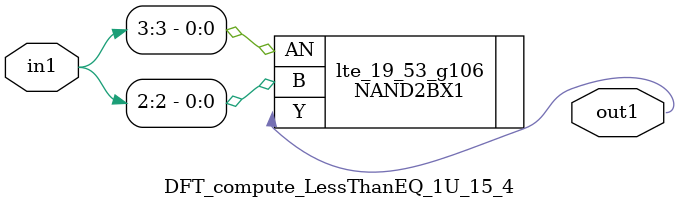
<source format=v>
`timescale 1ps / 1ps


module DFT_compute_LessThanEQ_1U_15_4(in1, out1);
  input [3:0] in1;
  output out1;
  wire [3:0] in1;
  wire out1;
  NAND2BX1 lte_19_53_g106(.AN (in1[3]), .B (in1[2]), .Y (out1));
endmodule


</source>
